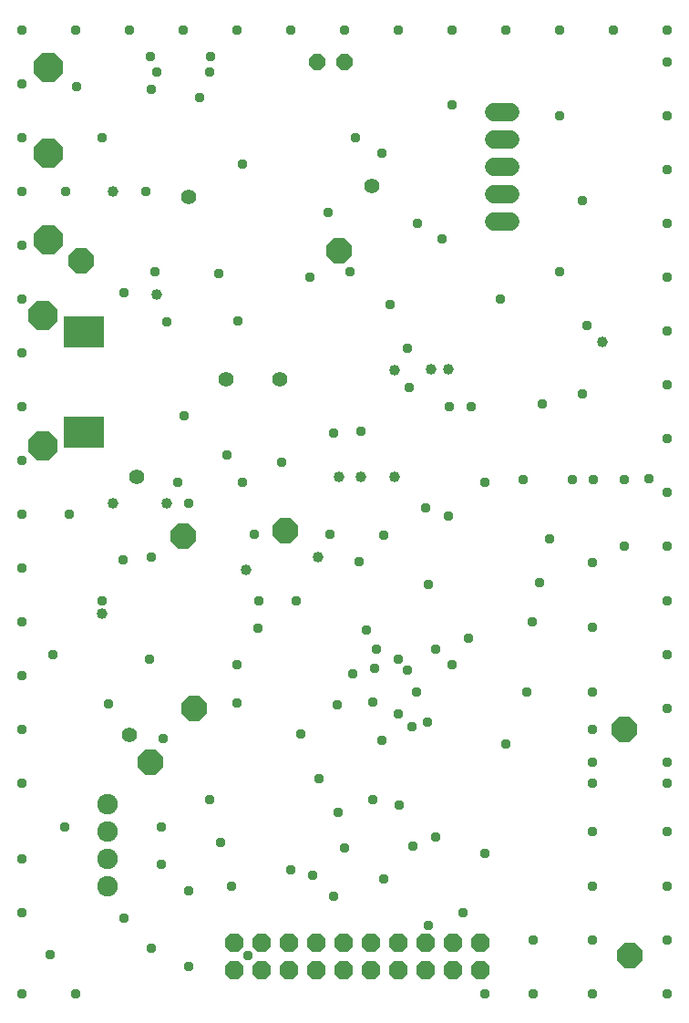
<source format=gbr>
G04 EAGLE Gerber X2 export*
%TF.Part,Single*%
%TF.FileFunction,Soldermask,Bot,1*%
%TF.FilePolarity,Positive*%
%TF.GenerationSoftware,Autodesk,EAGLE,9.3.1*%
%TF.CreationDate,2020-03-19T14:02:17Z*%
G75*
%MOMM*%
%FSLAX36Y36*%
%LPD*%
%INSoldermask Bottom*%
%AMOC8*
5,1,8,0,0,1.08239X$1,22.5*%
G01*
%ADD10P,1.869504X8X202.500000*%
%ADD11C,1.727200*%
%ADD12P,1.649562X8X202.500000*%
%ADD13C,1.917700*%
%ADD14P,2.969212X8X22.500000*%
%ADD15P,2.556822X8X22.500000*%
%ADD16R,3.703200X3.003200*%
%ADD17C,0.959600*%
%ADD18C,1.403200*%
%ADD19C,1.009600*%


D10*
X43100000Y2690000D03*
X40560000Y2690000D03*
X38020000Y2690000D03*
X35480000Y2690000D03*
X32940000Y2690000D03*
X30400000Y2690000D03*
X27860000Y2690000D03*
X25320000Y2690000D03*
X22780000Y2690000D03*
X20240000Y2690000D03*
X43100000Y5230000D03*
X40560000Y5230000D03*
X38020000Y5230000D03*
X35480000Y5230000D03*
X32940000Y5230000D03*
X30400000Y5230000D03*
X27860000Y5230000D03*
X25320000Y5230000D03*
X22780000Y5230000D03*
X20240000Y5230000D03*
D11*
X44408000Y72200000D02*
X45932000Y72200000D01*
X45932000Y74740000D02*
X44408000Y74740000D01*
X44408000Y77280000D02*
X45932000Y77280000D01*
X45932000Y79820000D02*
X44408000Y79820000D01*
X44408000Y82360000D02*
X45932000Y82360000D01*
D12*
X30530000Y87020000D03*
X27990000Y87020000D03*
D13*
X8490000Y10500000D03*
X8490000Y13040000D03*
X8490000Y15580000D03*
X8490000Y18120000D03*
D14*
X2500000Y51381000D03*
X2500000Y63500000D03*
X3000000Y86500000D03*
X3000000Y78500000D03*
X3000000Y70500000D03*
D15*
X12500000Y22000000D03*
X16500000Y27000000D03*
X15500000Y43000000D03*
X56500000Y25000000D03*
X57000000Y4000000D03*
X30000000Y69500000D03*
X6000000Y68500000D03*
X25000000Y43500000D03*
D16*
X6300000Y61950000D03*
X6300000Y52650000D03*
D17*
X22500000Y37000000D03*
X26000000Y37000000D03*
X16000000Y10000000D03*
X16000000Y3000000D03*
X43500000Y500000D03*
X500000Y13000000D03*
X500000Y8000000D03*
X500000Y500000D03*
X5500000Y500000D03*
X60500000Y500000D03*
X53500000Y500000D03*
X48000000Y500000D03*
X60500000Y5500000D03*
X60500000Y10500000D03*
X60500000Y15500000D03*
X60500000Y20000000D03*
X53500000Y20000000D03*
X53500000Y15500000D03*
X53500000Y10500000D03*
X53500000Y5500000D03*
X43500000Y13500000D03*
X41500000Y8000000D03*
X29500000Y9500000D03*
X20000000Y10500000D03*
X13500000Y12500000D03*
X34163000Y11176000D03*
X36874000Y14146000D03*
X48000000Y5500000D03*
X19000000Y14500000D03*
X21500000Y4000000D03*
X30500000Y14000000D03*
X39000000Y15000000D03*
X12573000Y4699000D03*
X3121000Y4136000D03*
X29900000Y17300000D03*
X38300000Y6800000D03*
X25500000Y12000000D03*
X33084000Y18486000D03*
X35584000Y17986000D03*
D18*
X19500000Y57500000D03*
X24500000Y57500000D03*
D19*
X21372500Y39872500D03*
X28067000Y41000000D03*
D17*
X20500000Y31000000D03*
X20500000Y27500000D03*
X42270000Y54990000D03*
X40242400Y55000000D03*
X53500000Y25000000D03*
X53500000Y28500000D03*
X53500000Y34500000D03*
X53500000Y40500000D03*
X53594000Y48260000D03*
X47135100Y48260000D03*
X51689000Y48260000D03*
X56515000Y48260000D03*
X53500000Y22000000D03*
X4625000Y75000000D03*
X18000000Y18500000D03*
X60500000Y22000000D03*
X60500000Y27000000D03*
X60500000Y32000000D03*
X60500000Y37000000D03*
X60500000Y42000000D03*
X60500000Y47000000D03*
X60500000Y52000000D03*
X60500000Y57000000D03*
X60500000Y62000000D03*
X60500000Y67000000D03*
X60500000Y72000000D03*
X60500000Y77000000D03*
X60500000Y82000000D03*
X60500000Y87000000D03*
X60500000Y90000000D03*
X55500000Y90000000D03*
X50500000Y90000000D03*
X45500000Y90000000D03*
X40500000Y90000000D03*
X35500000Y90000000D03*
X30500000Y90000000D03*
X25500000Y90000000D03*
X20500000Y90000000D03*
X15500000Y90000000D03*
X10500000Y90000000D03*
X5500000Y90000000D03*
X500000Y90000000D03*
X500000Y85000000D03*
X500000Y80000000D03*
X500000Y75000000D03*
X500000Y70000000D03*
X500000Y65000000D03*
X500000Y60000000D03*
X500000Y55000000D03*
X500000Y50000000D03*
X500000Y45000000D03*
X500000Y40000000D03*
X500000Y35000000D03*
X500000Y30000000D03*
X500000Y25000000D03*
X500000Y20000000D03*
X4500000Y16000000D03*
X12000000Y75000000D03*
X40500000Y83000000D03*
X50500000Y82000000D03*
X50500000Y67500000D03*
X45000000Y65000000D03*
X43500000Y48000000D03*
X56500000Y42000000D03*
X42037000Y33528000D03*
X38264000Y38509000D03*
X27264000Y67009000D03*
X34764000Y64509000D03*
X34173000Y43062000D03*
X29129000Y43115000D03*
X22129000Y43115000D03*
X12513000Y40982000D03*
X9903000Y40803000D03*
X10050000Y65599000D03*
X12920000Y67499000D03*
X4920000Y44999000D03*
X3420000Y31999000D03*
X12420000Y31499000D03*
X26463000Y24637000D03*
X45463000Y23637000D03*
X58764000Y48270000D03*
X29500000Y52500000D03*
X32004000Y52705000D03*
X24642000Y49862000D03*
X13993000Y62846000D03*
X17018000Y83693000D03*
X33110000Y27569000D03*
X37174000Y28458000D03*
X38190000Y25672000D03*
X38063000Y45603000D03*
X37274000Y71985000D03*
X12591000Y84464000D03*
X28091000Y20464000D03*
X22443000Y34381000D03*
X40181400Y44831000D03*
X8000000Y80000000D03*
X21000000Y77500000D03*
X31500000Y80000000D03*
X19558000Y50546000D03*
X20632000Y62911000D03*
X18801000Y67348000D03*
X8564000Y27407000D03*
X47917000Y35004000D03*
X47417000Y28504000D03*
X52622000Y56138000D03*
X52622000Y74138000D03*
X13622000Y24138000D03*
X15622000Y54138000D03*
X49584000Y42686000D03*
X48584000Y38686000D03*
X13500000Y16000000D03*
X5588000Y84709000D03*
X48895000Y55245000D03*
X53000000Y62500000D03*
X31879000Y40628000D03*
X36512000Y56745000D03*
X36334000Y60443000D03*
X12500000Y87500000D03*
X18091000Y87464000D03*
D19*
X9000000Y75000000D03*
X7937500Y35750500D03*
X35125000Y58375000D03*
X9000000Y46000000D03*
X14000000Y46000000D03*
X30000000Y48500000D03*
X32000000Y48500000D03*
X35125000Y48500000D03*
X38528600Y58500000D03*
X40155600Y58500000D03*
X54424900Y61000000D03*
D17*
X16000000Y46000000D03*
X8000000Y37000000D03*
D18*
X10500000Y24500000D03*
X33000000Y75500000D03*
X11200000Y48500000D03*
X16000000Y74500000D03*
D17*
X27500000Y11500000D03*
X10000000Y7500000D03*
X21000000Y48000000D03*
X15000000Y48000000D03*
X35500000Y26500000D03*
X35500000Y31500000D03*
X33500000Y32500000D03*
X39000000Y32500000D03*
X31242000Y30226000D03*
X36785000Y25285000D03*
X13030000Y86040000D03*
X17980000Y86030000D03*
D19*
X13084000Y65417000D03*
D17*
X33274000Y30734000D03*
X29000000Y73000000D03*
X40500000Y31000000D03*
X34000000Y78500000D03*
X39552500Y70540500D03*
X29845000Y27305000D03*
X34000000Y24000000D03*
X32512000Y34290000D03*
X31000000Y67500000D03*
X36300000Y30500000D03*
M02*

</source>
